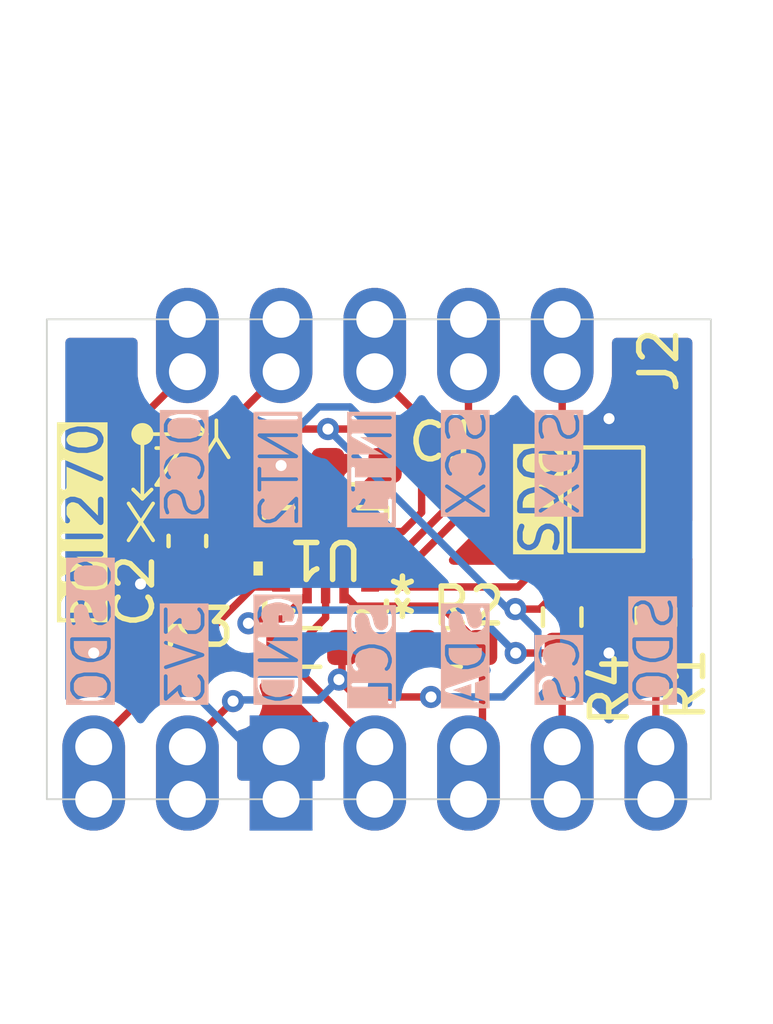
<source format=kicad_pcb>
(kicad_pcb (version 20240108) (generator "pcbnew") (generator_version "8.0")
  (layers (0 "F.Cu" signal) (31 "B.Cu" power) (34 "B.Paste" user) (35 "F.Paste" user) (36 "B.SilkS" user "B.Silkscreen") (37 "F.SilkS" user "F.Silkscreen") (38 "B.Mask" user) (39 "F.Mask" user) (44 "Edge.Cuts" user))
  (net 0 "")
  (net 1 "CSB")
  (net 2 "SDO")
  (net 3 "INT1")
  (net 4 "SDA")
  (net 5 "SDX")
  (net 6 "OSDO")
  (net 7 "+3.3V")
  (net 8 "OCS")
  (net 9 "SCL")
  (net 10 "SCX")
  (net 11 "GND")
  (net 12 "INT2")
  (footprint "footprints:BMI270_BOS" (layer "F.Cu") (at 144.7165 105.56 180)
    (property "Reference" "U1" (at 0 0 180) (layer "F.SilkS"))
    (property "Value" "BMI270")
    (fp_line (start 1.651 1.397) (end 1.651 1.140489) (stroke (width 0.1524)) (layer "F.SilkS"))
    (fp_line (start 1.651 -1.140489) (end 1.651 -1.397) (stroke (width 0.1524)) (layer "F.SilkS"))
    (fp_line (start 1.651 -1.397) (end 0.890487 -1.397) (stroke (width 0.1524)) (layer "F.SilkS"))
    (fp_line (start 0.890487 1.397) (end 1.651 1.397) (stroke (width 0.1524)) (layer "F.SilkS"))
    (fp_line (start -0.890487 -1.397) (end -1.651 -1.397) (stroke (width 0.1524)) (layer "F.SilkS"))
    (fp_line (start -1.651 1.397) (end -0.890487 1.397) (stroke (width 0.1524)) (layer "F.SilkS"))
    (fp_line (start -1.651 1.140489) (end -1.651 1.397) (stroke (width 0.1524)) (layer "F.SilkS"))
    (fp_line (start -1.651 -1.397) (end -1.651 -1.140489) (stroke (width 0.1524)) (layer "F.SilkS"))
    (fp_poly (pts (xy 1.9558 -0.4405) (xy 1.9558 -0.059499) (xy 1.7018 -0.059499) (xy 1.7018 -0.4405)) (fill solid) (layer "F.SilkS"))
    (fp_text user "*" (at -2.0828 -1 0) (layer "F.SilkS"))
    (fp_text user "*" (at -2.0828 -1 180) (layer "F.SilkS"))
    (pad "1" smd rect (at -1.2065 -0.750001 270) (size 0.254 0.4826) (layers "F.Cu" "F.Paste" "F.Mask") (net 2 "SDO"))
    (pad "2" smd rect (at -1.2065 -0.25 270) (size 0.254 0.4826) (layers "F.Cu" "F.Paste" "F.Mask") (net 5 "SDX"))
    (pad "3" smd rect (at -1.2065 0.25 270) (size 0.254 0.4826) (layers "F.Cu" "F.Paste" "F.Mask") (net 10 "SCX"))
    (pad "4" smd rect (at -1.2065 0.750001 270) (size 0.254 0.4826) (layers "F.Cu" "F.Paste" "F.Mask") (net 3 "INT1"))
    (pad "5" smd rect (at -0.499999 0.9525 180) (size 0.254 0.4826) (layers "F.Cu" "F.Paste" "F.Mask") (net 7 "+3.3V"))
    (pad "6" smd rect (at 0 0.9525 180) (size 0.254 0.4826) (layers "F.Cu" "F.Paste" "F.Mask") (net 11 "GND"))
    (pad "7" smd rect (at 0.499999 0.9525 180) (size 0.254 0.4826) (layers "F.Cu" "F.Paste" "F.Mask") (net 11 "GND"))
    (pad "8" smd rect (at 1.2065 0.750001 270) (size 0.254 0.4826) (layers "F.Cu" "F.Paste" "F.Mask") (net 7 "+3.3V"))
    (pad "9" smd rect (at 1.2065 0.25 270) (size 0.254 0.4826) (layers "F.Cu" "F.Paste" "F.Mask") (net 12 "INT2"))
    (pad "10" smd rect (at 1.2065 -0.25 270) (size 0.254 0.4826) (layers "F.Cu" "F.Paste" "F.Mask") (net 8 "OCS"))
    (pad "11" smd rect (at 1.2065 -0.750001 270) (size 0.254 0.4826) (layers "F.Cu" "F.Paste" "F.Mask") (net 6 "OSDO"))
    (pad "12" smd rect (at 0.499999 -0.9525 180) (size 0.254 0.4826) (layers "F.Cu" "F.Paste" "F.Mask") (net 1 "CSB"))
    (pad "13" smd rect (at 0 -0.9525 180) (size 0.254 0.4826) (layers "F.Cu" "F.Paste" "F.Mask") (net 9 "SCL"))
    (pad "14" smd rect (at -0.499999 -0.9525 180) (size 0.254 0.4826) (layers "F.Cu" "F.Paste" "F.Mask") (net 4 "SDA"))
  )
  (footprint "Connector_Pin_2.54mm_Castellated:PinHeader_Castellated_1x05_P2.54mm_Vertical_142" (layer "F.Cu") (at 140.97 100.48 90)
    (property "Reference" "J2" (at 0.31 12.78 90) (layer "F.SilkS"))
    (property "Value" "Conn_01x05_Socket")
    (pad "1" thru_hole oval (at 0 0 90) (size 3.12 1.7) (drill 1 (offset 0.71 0)) (layers "*.Cu" "*.Mask") (net 8 "OCS"))
    (pad "1" thru_hole oval (at 1.42 0 90) (size 1.7 1.7) (drill 1) (layers "*.Cu" "*.Mask") (net 8 "OCS"))
    (pad "2" thru_hole oval (at 0 2.54 90) (size 3.12 1.7) (drill 1 (offset 0.71 0)) (layers "*.Cu" "*.Mask") (net 12 "INT2"))
    (pad "2" thru_hole oval (at 1.42 2.54 90) (size 1.7 1.7) (drill 1) (layers "*.Cu" "*.Mask") (net 12 "INT2"))
    (pad "3" thru_hole oval (at 0 5.08 90) (size 3.12 1.7) (drill 1 (offset 0.71 0)) (layers "*.Cu" "*.Mask") (net 3 "INT1"))
    (pad "3" thru_hole oval (at 1.42 5.08 90) (size 1.7 1.7) (drill 1) (layers "*.Cu" "*.Mask") (net 3 "INT1"))
    (pad "4" thru_hole oval (at 0 7.62 90) (size 3.12 1.7) (drill 1 (offset 0.71 0)) (layers "*.Cu" "*.Mask") (net 10 "SCX"))
    (pad "4" thru_hole oval (at 1.42 7.62 90) (size 1.7 1.7) (drill 1) (layers "*.Cu" "*.Mask") (net 10 "SCX"))
    (pad "5" thru_hole oval (at 0 10.16 90) (size 3.12 1.7) (drill 1 (offset 0.71 0)) (layers "*.Cu" "*.Mask") (net 5 "SDX"))
    (pad "5" thru_hole oval (at 1.42 10.16 90) (size 1.7 1.7) (drill 1) (layers "*.Cu" "*.Mask") (net 5 "SDX"))
  )
  (footprint "Resistor_SMD:R_0603_1608Metric" (layer "F.Cu") (at 148.145 107.95)
    (property "Reference" "R2" (at 0.445 -1.12 0) (layer "F.SilkS"))
    (property "Value" "3k9")
    (fp_line (start -0.237258 -0.5225) (end 0.237258 -0.5225) (stroke (width 0.12)) (layer "F.SilkS"))
    (fp_line (start -0.237258 0.5225) (end 0.237258 0.5225) (stroke (width 0.12)) (layer "F.SilkS"))
    (pad "1" smd roundrect (at -0.825 0) (size 0.8 0.95) (layers "F.Cu" "F.Paste" "F.Mask") (net 7 "+3.3V"))
    (pad "2" smd roundrect (at 0.825 0) (size 0.8 0.95) (layers "F.Cu" "F.Paste" "F.Mask") (net 4 "SDA"))
  )
  (footprint "Capacitor_SMD:C_0603_1608Metric" (layer "F.Cu") (at 145.555 103.02 180)
    (property "Reference" "C1" (at -2.4 0.635 0) (layer "F.SilkS"))
    (property "Value" "100nF")
    (fp_line (start -0.14058 0.51) (end 0.14058 0.51) (stroke (width 0.12)) (layer "F.SilkS"))
    (fp_line (start -0.14058 -0.51) (end 0.14058 -0.51) (stroke (width 0.12)) (layer "F.SilkS"))
    (pad "1" smd roundrect (at -0.775 0 180) (size 0.9 0.95) (layers "F.Cu" "F.Paste" "F.Mask") (net 7 "+3.3V"))
    (pad "2" smd roundrect (at 0.775 0 180) (size 0.9 0.95) (layers "F.Cu" "F.Paste" "F.Mask") (net 11 "GND"))
  )
  (footprint "Capacitor_SMD:C_0603_1608Metric" (layer "F.Cu") (at 140.97 105.065 90)
    (property "Reference" "C2" (at -1.355 -1.43 90) (layer "F.SilkS"))
    (property "Value" "100nF")
    (fp_line (start -0.14058 -0.51) (end 0.14058 -0.51) (stroke (width 0.12)) (layer "F.SilkS"))
    (fp_line (start -0.14058 0.51) (end 0.14058 0.51) (stroke (width 0.12)) (layer "F.SilkS"))
    (pad "1" smd roundrect (at -0.775 0 90) (size 0.9 0.95) (layers "F.Cu" "F.Paste" "F.Mask") (net 11 "GND"))
    (pad "2" smd roundrect (at 0.775 0 90) (size 0.9 0.95) (layers "F.Cu" "F.Paste" "F.Mask") (net 7 "+3.3V"))
  )
  (footprint "Jumper:SolderJumper-2_P1.3mm_Open_TrianglePad1.0x1.5mm" (layer "F.Cu") (at 152.329142 103.931053 90)
    (property "Reference" "SDO" (at 0 -1.8 90) (layer "F.SilkS" knockout))
    (property "Value" "SDO_JUMPER")
    (fp_line (start 1.4 -1) (end 1.4 1) (stroke (width 0.12)) (layer "F.SilkS"))
    (fp_line (start -1.4 -1) (end 1.4 -1) (stroke (width 0.12)) (layer "F.SilkS"))
    (fp_line (start 1.4 1) (end -1.4 1) (stroke (width 0.12)) (layer "F.SilkS"))
    (fp_line (start -1.4 1) (end -1.4 -1) (stroke (width 0.12)) (layer "F.SilkS"))
    (pad "1" smd custom (at -0.725 0 90) (size 0.3 0.3) (layers "F.Cu" "F.Mask") (net 2 "SDO") (options (clearance outline) (anchor rect)) (primitives (gr_poly (pts (xy 1 0) (xy 0.5 0.75) (xy -0.5 0.75) (xy -0.5 -0.75) (xy 0.5 -0.75)) (width 0) (fill yes))))
    (pad "2" smd custom (at 0.725 0 90) (size 0.3 0.3) (layers "F.Cu" "F.Mask") (net 11 "GND") (options (clearance outline) (anchor rect)) (primitives (gr_poly (pts (xy 0.5 0.75) (xy -0.65 0.75) (xy -0.15 0) (xy -0.65 -0.75) (xy 0.5 -0.75)) (width 0) (fill yes))))
  )
  (footprint "Resistor_SMD:R_0603_1608Metric" (layer "F.Cu") (at 144.335 107.95 180)
    (property "Reference" "R3" (at 3.085 0.544441 0) (layer "F.SilkS"))
    (property "Value" "3k9")
    (fp_line (start -0.237258 0.5225) (end 0.237258 0.5225) (stroke (width 0.12)) (layer "F.SilkS"))
    (fp_line (start -0.237258 -0.5225) (end 0.237258 -0.5225) (stroke (width 0.12)) (layer "F.SilkS"))
    (pad "1" smd roundrect (at -0.825 0 180) (size 0.8 0.95) (layers "F.Cu" "F.Paste" "F.Mask") (net 7 "+3.3V"))
    (pad "2" smd roundrect (at 0.825 0 180) (size 0.8 0.95) (layers "F.Cu" "F.Paste" "F.Mask") (net 9 "SCL"))
  )
  (footprint "Resistor_SMD:R_0603_1608Metric" (layer "F.Cu") (at 153.67 107.125 -90)
    (property "Reference" "R1" (at 1.827031 -0.810234 90) (layer "F.SilkS"))
    (property "Value" "3k9")
    (fp_line (start -0.237258 0.5225) (end 0.237258 0.5225) (stroke (width 0.12)) (layer "F.SilkS"))
    (fp_line (start -0.237258 -0.5225) (end 0.237258 -0.5225) (stroke (width 0.12)) (layer "F.SilkS"))
    (pad "1" smd roundrect (at -0.825 0 270) (size 0.8 0.95) (layers "F.Cu" "F.Paste" "F.Mask") (net 7 "+3.3V"))
    (pad "2" smd roundrect (at 0.825 0 270) (size 0.8 0.95) (layers "F.Cu" "F.Paste" "F.Mask") (net 2 "SDO"))
  )
  (footprint "Resistor_SMD:R_0603_1608Metric" (layer "F.Cu") (at 151.13 107.125 -90)
    (property "Reference" "R4" (at 1.964969 -1.283575 90) (layer "F.SilkS"))
    (property "Value" "3k9")
    (fp_line (start -0.237258 0.5225) (end 0.237258 0.5225) (stroke (width 0.12)) (layer "F.SilkS"))
    (fp_line (start -0.237258 -0.5225) (end 0.237258 -0.5225) (stroke (width 0.12)) (layer "F.SilkS"))
    (pad "1" smd roundrect (at -0.825 0 270) (size 0.8 0.95) (layers "F.Cu" "F.Paste" "F.Mask") (net 7 "+3.3V"))
    (pad "2" smd roundrect (at 0.825 0 270) (size 0.8 0.95) (layers "F.Cu" "F.Paste" "F.Mask") (net 1 "CSB"))
  )
  (footprint "Connector_Pin_2.54mm_Castellated:PinHeader_Castellated_1x07_P2.54mm_Vertical_142" (layer "B.Cu") (at 138.43 110.64 -90)
    (property "Reference" "J1" (hide yes))
    (property "Value" "Conn_01x07_Socket")
    (pad "1" thru_hole oval (at 0 0 270) (size 3.12 1.7) (drill 1 (offset 0.71 0)) (layers "*.Cu" "*.Mask") (net 6 "OSDO"))
    (pad "1" thru_hole circle (at 1.42 0 270) (size 1.7 1.7) (drill 1) (layers "*.Cu" "*.Mask") (net 6 "OSDO"))
    (pad "2" thru_hole oval (at 0 -2.54 270) (size 3.12 1.7) (drill 1 (offset 0.71 0)) (layers "*.Cu" "*.Mask") (net 7 "+3.3V"))
    (pad "2" thru_hole oval (at 1.42 -2.54 270) (size 1.7 1.7) (drill 1) (layers "*.Cu" "*.Mask") (net 7 "+3.3V"))
    (pad "3" thru_hole rect (at 0 -5.08 270) (size 3.12 1.7) (drill 1 (offset 0.71 0)) (layers "*.Cu" "*.Mask") (net 11 "GND"))
    (pad "3" thru_hole rect (at 1.42 -5.08 270) (size 1.7 1.7) (drill 1) (layers "*.Cu" "*.Mask") (net 11 "GND"))
    (pad "4" thru_hole oval (at 0 -7.62 270) (size 3.12 1.7) (drill 1 (offset 0.71 0)) (layers "*.Cu" "*.Mask") (net 9 "SCL"))
    (pad "4" thru_hole oval (at 1.42 -7.62 270) (size 1.7 1.7) (drill 1) (layers "*.Cu" "*.Mask") (net 9 "SCL"))
    (pad "5" thru_hole oval (at 0 -10.16 270) (size 3.12 1.7) (drill 1 (offset 0.71 0)) (layers "*.Cu" "*.Mask") (net 4 "SDA"))
    (pad "5" thru_hole oval (at 1.42 -10.16 270) (size 1.7 1.7) (drill 1) (layers "*.Cu" "*.Mask") (net 4 "SDA"))
    (pad "6" thru_hole oval (at 0 -12.7 270) (size 3.12 1.7) (drill 1 (offset 0.71 0)) (layers "*.Cu" "*.Mask") (net 1 "CSB"))
    (pad "6" thru_hole oval (at 1.42 -12.7 270) (size 1.7 1.7) (drill 1) (layers "*.Cu" "*.Mask") (net 1 "CSB"))
    (pad "7" thru_hole oval (at 0 -15.24 270) (size 3.12 1.7) (drill 1 (offset 0.71 0)) (layers "*.Cu" "*.Mask") (net 2 "SDO"))
    (pad "7" thru_hole oval (at 1.42 -15.24 270) (size 1.7 1.7) (drill 1) (layers "*.Cu" "*.Mask") (net 2 "SDO"))
  )
  (gr_line (start 141.5 102.17) (end 141.25 101.92) (stroke (width 0.1)) (layer "F.SilkS"))
  (gr_circle (center 139.75 102.17) (end 140 102.17) (stroke (width 0.1)) (fill solid) (layer "F.SilkS"))
  (gr_line (start 141.25 102.42) (end 141.5 102.17) (stroke (width 0.1)) (layer "F.SilkS"))
  (gr_line (start 139.75 103.92) (end 140 103.67) (stroke (width 0.1)) (layer "F.SilkS"))
  (gr_line (start 139.5 103.67) (end 139.75 103.92) (stroke (width 0.1)) (layer "F.SilkS"))
  (gr_line (start 139.75 103.92) (end 139.5 103.67) (stroke (width 0.1)) (layer "F.SilkS"))
  (gr_line (start 139.75 102.17) (end 139.75 103.92) (stroke (width 0.1)) (layer "F.SilkS"))
  (gr_line (start 139.75 102.17) (end 141.5 102.17) (stroke (width 0.1)) (layer "F.SilkS"))
  (gr_rect (start 137.16 99.06) (end 155.16 112.06) (stroke (width 0.05)) (fill none) (layer "Edge.Cuts"))
  (gr_text "GND" (at 144.0495 106.42 90) (layer "B.SilkS" knockout) (effects (font (size 1 1) (thickness 0.1)) (justify left bottom mirror)))
  (gr_text "SCX" (at 149.1295 101.42 90) (layer "B.SilkS" knockout) (effects (font (size 1 1) (thickness 0.1)) (justify left bottom mirror)))
  (gr_text "OCS" (at 141.5095 101.42 90) (layer "B.SilkS" knockout) (effects (font (size 1 1) (thickness 0.1)) (justify left bottom mirror)))
  (gr_text "OSDO" (at 138.9695 105.42 90) (layer "B.SilkS" knockout) (effects (font (size 1 1) (thickness 0.1)) (justify left bottom mirror)))
  (gr_text "SDO" (at 154.2095 106.467619 90) (layer "B.SilkS" knockout) (effects (font (size 1 1) (thickness 0.1)) (justify left bottom mirror)))
  (gr_text "SCL" (at 146.5895 106.705714 90) (layer "B.SilkS" knockout) (effects (font (size 1 1) (thickness 0.1)) (justify left bottom mirror)))
  (gr_text "CS" (at 151.6695 107.515238 90) (layer "B.SilkS" knockout) (effects (font (size 1 1) (thickness 0.1)) (justify left bottom mirror)))
  (gr_text "3V3" (at 141.5095 106.705714 90) (layer "B.SilkS" knockout) (effects (font (size 1 1) (thickness 0.1)) (justify left bottom mirror)))
  (gr_text "INT1" (at 146.5895 101.42 90) (layer "B.SilkS" knockout) (effects (font (size 1 1) (thickness 0.1)) (justify left bottom mirror)))
  (gr_text "SDA" (at 149.1295 106.658095 90) (layer "B.SilkS" knockout) (effects (font (size 1 1) (thickness 0.1)) (justify left bottom mirror)))
  (gr_text "SDX" (at 151.6695 101.42 90) (layer "B.SilkS" knockout) (effects (font (size 1 1) (thickness 0.1)) (justify left bottom mirror)))
  (gr_text "INT2" (at 144.0495 101.42 90) (layer "B.SilkS" knockout) (effects (font (size 1 1) (thickness 0.1)) (justify left bottom mirror)))
  (gr_text "Y" (at 142.25 101.67 180) (layer "F.SilkS") (effects (font (size 1 1) (thickness 0.1)) (justify left bottom)))
  (gr_text "BMI270" (at 138.75 107.42 90) (layer "F.SilkS" knockout) (effects (font (size 1 1)) (justify left bottom)))
  (gr_text "Z" (at 141 102.42 180) (layer "F.SilkS") (effects (font (size 1 1) (thickness 0.1)) (justify left bottom)))
  (gr_text "X" (at 140.25 103.92 180) (layer "F.SilkS") (effects (font (size 1 1) (thickness 0.1)) (justify left bottom)))
  (segment (start 142.624265 107.294265) (end 142.74353 107.175) (width 0.2) (layer "F.Cu") (net 1))
  (segment (start 142.74353 107.175) (end 143.554001 107.175) (width 0.2) (layer "F.Cu") (net 1))
  (segment (start 149.87 108.1) (end 150.98 108.1) (width 0.2) (layer "F.Cu") (net 1))
  (segment (start 143.554001 107.175) (end 144.216501 106.5125) (width 0.2) (layer "F.Cu") (net 1))
  (segment (start 150.98 108.1) (end 151.13 107.95) (width 0.2) (layer "F.Cu") (net 1))
  (segment (start 151.13 107.95) (end 151.13 110.64) (width 0.2) (layer "F.Cu") (net 1))
  (via (at 142.624265 107.294265) (size 0.6) (drill 0.3) (layers "F.Cu" "B.Cu") (net 1))
  (via (at 149.87 108.1) (size 0.6) (drill 0.3) (layers "F.Cu" "B.Cu") (net 1))
  (segment (start 142.981527 106.937003) (end 148.707003 106.937003) (width 0.2) (layer "B.Cu") (net 1))
  (segment (start 142.624265 107.294265) (end 142.981527 106.937003) (width 0.2) (layer "B.Cu") (net 1))
  (segment (start 148.707003 106.937003) (end 149.87 108.1) (width 0.2) (layer "B.Cu") (net 1))
  (segment (start 153.67 107.95) (end 153.67 110.64) (width 0.2) (layer "F.Cu") (net 2))
  (segment (start 151.586299 104.656053) (end 152.329142 104.656053) (width 0.2) (layer "F.Cu") (net 2))
  (segment (start 152.329142 104.656053) (end 153.656053 104.656053) (width 0.2) (layer "F.Cu") (net 2))
  (segment (start 145.923 106.310001) (end 149.932351 106.310001) (width 0.2) (layer "F.Cu") (net 2))
  (segment (start 149.932351 106.310001) (end 151.586299 104.656053) (width 0.2) (layer "F.Cu") (net 2))
  (segment (start 154.56 106.83) (end 153.67 107.72) (width 0.2) (layer "F.Cu") (net 2))
  (segment (start 154.56 105.56) (end 154.56 106.83) (width 0.2) (layer "F.Cu") (net 2))
  (segment (start 153.67 107.72) (end 153.67 107.95) (width 0.2) (layer "F.Cu") (net 2))
  (segment (start 153.656053 104.656053) (end 154.56 105.56) (width 0.2) (layer "F.Cu") (net 2))
  (segment (start 147.32 104.29) (end 146.800001 104.809999) (width 0.2) (layer "F.Cu") (net 3))
  (segment (start 146.05 100.48) (end 147.32 101.75) (width 0.2) (layer "F.Cu") (net 3))
  (segment (start 147.32 101.75) (end 147.32 104.29) (width 0.2) (layer "F.Cu") (net 3))
  (segment (start 146.800001 104.809999) (end 145.923 104.809999) (width 0.2) (layer "F.Cu") (net 3))
  (segment (start 145.533999 106.83) (end 147.85 106.83) (width 0.2) (layer "F.Cu") (net 4))
  (segment (start 147.85 106.83) (end 148.97 107.95) (width 0.2) (layer "F.Cu") (net 4))
  (segment (start 148.97 107.95) (end 148.97 110.26) (width 0.2) (layer "F.Cu") (net 4))
  (segment (start 148.97 110.26) (end 148.59 110.64) (width 0.2) (layer "F.Cu") (net 4))
  (segment (start 145.216499 106.5125) (end 145.533999 106.83) (width 0.2) (layer "F.Cu") (net 4))
  (segment (start 151.13 101.611372) (end 146.931372 105.81) (width 0.2) (layer "F.Cu") (net 5))
  (segment (start 146.931372 105.81) (end 145.923 105.81) (width 0.2) (layer "F.Cu") (net 5))
  (segment (start 151.13 100.48) (end 151.13 101.611372) (width 0.2) (layer "F.Cu") (net 5))
  (segment (start 142.759999 106.310001) (end 138.43 110.64) (width 0.2) (layer "F.Cu") (net 6))
  (segment (start 143.51 106.310001) (end 142.759999 106.310001) (width 0.2) (layer "F.Cu") (net 6))
  (segment (start 145.216499 104.133501) (end 145.216499 104.6075) (width 0.2) (layer "F.Cu") (net 7))
  (segment (start 145.16 107.95) (end 147.32 107.95) (width 0.2) (layer "F.Cu") (net 7))
  (segment (start 146.33 103.02) (end 145.216499 104.133501) (width 0.2) (layer "F.Cu") (net 7))
  (segment (start 145.817843 102.032843) (end 144.78 102.032843) (width 0.2) (layer "F.Cu") (net 7))
  (segment (start 143.51 104.809999) (end 142.990001 104.29) (width 0.2) (layer "F.Cu") (net 7))
  (segment (start 142.990001 104.29) (end 140.97 104.29) (width 0.2) (layer "F.Cu") (net 7))
  (segment (start 143.227157 102.032843) (end 140.97 104.29) (width 0.2) (layer "F.Cu") (net 7))
  (segment (start 146.33 102.545) (end 145.817843 102.032843) (width 0.2) (layer "F.Cu") (net 7))
  (segment (start 140.97 110.64) (end 142.207438 109.402562) (width 0.2) (layer "F.Cu") (net 7))
  (segment (start 145.54853 109.29) (end 147.574 109.29) (width 0.2) (layer "F.Cu") (net 7))
  (segment (start 145.077265 108.818735) (end 145.54853 109.29) (width 0.2) (layer "F.Cu") (net 7))
  (segment (start 153.67 106.3) (end 151.13 106.3) (width 0.2) (layer "F.Cu") (net 7))
  (segment (start 151.13 106.3) (end 150.519999 106.910001) (width 0.2) (layer "F.Cu") (net 7))
  (segment (start 145.16 108.736) (end 145.16 107.95) (width 0.2) (layer "F.Cu") (net 7))
  (segment (start 150.519999 106.910001) (end 149.86 106.910001) (width 0.2) (layer "F.Cu") (net 7))
  (segment (start 146.33 103.02) (end 146.33 102.545) (width 0.2) (layer "F.Cu") (net 7))
  (segment (start 145.077265 108.818735) (end 145.16 108.736) (width 0.2) (layer "F.Cu") (net 7))
  (segment (start 144.78 102.032843) (end 143.227157 102.032843) (width 0.2) (layer "F.Cu") (net 7))
  (via (at 142.207438 109.402562) (size 0.6) (drill 0.3) (layers "F.Cu" "B.Cu") (net 7))
  (via (at 145.077265 108.818735) (size 0.6) (drill 0.3) (layers "F.Cu" "B.Cu") (net 7))
  (via (at 149.86 106.910001) (size 0.6) (drill 0.3) (layers "F.Cu" "B.Cu") (net 7))
  (via (at 147.574 109.29) (size 0.6) (drill 0.3) (layers "F.Cu" "B.Cu") (net 7))
  (via (at 144.78 102.032843) (size 0.6) (drill 0.3) (layers "F.Cu" "B.Cu") (net 7))
  (segment (start 142.24 109.37) (end 142.207438 109.402562) (width 0.2) (layer "B.Cu") (net 7))
  (segment (start 144.526 109.37) (end 142.24 109.37) (width 0.2) (layer "B.Cu") (net 7))
  (segment (start 147.574 109.29) (end 148.37 109.29) (width 0.2) (layer "B.Cu") (net 7))
  (segment (start 149.528529 109.29) (end 150.47 108.348529) (width 0.2) (layer "B.Cu") (net 7))
  (segment (start 145.077265 108.818735) (end 144.526 109.37) (width 0.2) (layer "B.Cu") (net 7))
  (segment (start 147.574 109.29) (end 149.528529 109.29) (width 0.2) (layer "B.Cu") (net 7))
  (segment (start 149.657158 106.910001) (end 144.78 102.032843) (width 0.2) (layer "B.Cu") (net 7))
  (segment (start 150.47 107.520001) (end 149.86 106.910001) (width 0.2) (layer "B.Cu") (net 7))
  (segment (start 148.37 109.29) (end 148.45 109.37) (width 0.2) (layer "B.Cu") (net 7))
  (segment (start 150.47 108.348529) (end 150.47 107.520001) (width 0.2) (layer "B.Cu") (net 7))
  (segment (start 149.86 106.910001) (end 149.657158 106.910001) (width 0.2) (layer "B.Cu") (net 7))
  (segment (start 141.203696 106.83) (end 139.451471 106.83) (width 0.2) (layer "F.Cu") (net 8))
  (segment (start 139.1 105.981471) (end 139.451471 105.63) (width 0.2) (layer "F.Cu") (net 8))
  (segment (start 139.451471 106.83) (end 139.1 106.478529) (width 0.2) (layer "F.Cu") (net 8))
  (segment (start 139.1 106.478529) (end 139.1 105.981471) (width 0.2) (layer "F.Cu") (net 8))
  (segment (start 139.7 101.75) (end 140.97 100.48) (width 0.2) (layer "F.Cu") (net 8))
  (segment (start 142.223696 105.81) (end 141.203696 106.83) (width 0.2) (layer "F.Cu") (net 8))
  (segment (start 139.451471 105.63) (end 139.7 105.63) (width 0.2) (layer "F.Cu") (net 8))
  (segment (start 143.51 105.81) (end 142.223696 105.81) (width 0.2) (layer "F.Cu") (net 8))
  (segment (start 139.7 105.63) (end 139.7 101.75) (width 0.2) (layer "F.Cu") (net 8))
  (segment (start 144.7165 107.1435) (end 143.91 107.95) (width 0.2) (layer "F.Cu") (net 9))
  (segment (start 143.51 107.95) (end 143.51 108.1) (width 0.2) (layer "F.Cu") (net 9))
  (segment (start 143.91 107.95) (end 143.51 107.95) (width 0.2) (layer "F.Cu") (net 9))
  (segment (start 143.51 108.1) (end 146.05 110.64) (width 0.2) (layer "F.Cu") (net 9))
  (segment (start 144.7165 106.5125) (end 144.7165 107.1435) (width 0.2) (layer "F.Cu") (net 9))
  (segment (start 148.59 103.585686) (end 146.865686 105.31) (width 0.2) (layer "F.Cu") (net 10))
  (segment (start 146.865686 105.31) (end 145.923 105.31) (width 0.2) (layer "F.Cu") (net 10))
  (segment (start 148.59 100.48) (end 148.59 103.585686) (width 0.2) (layer "F.Cu") (net 10))
  (segment (start 140.09 105.84) (end 139.7 106.23) (width 0.2) (layer "F.Cu") (net 11))
  (segment (start 144.78 103.02) (end 144.78 104.544) (width 0.2) (layer "F.Cu") (net 11))
  (segment (start 140.97 105.84) (end 140.09 105.84) (width 0.2) (layer "F.Cu") (net 11))
  (segment (start 144.78 104.044001) (end 144.216501 104.6075) (width 0.2) (layer "F.Cu") (net 11))
  (segment (start 152.329142 101.820858) (end 152.4 101.75) (width 0.2) (layer "F.Cu") (net 11))
  (segment (start 144.78 104.544) (end 144.7165 104.6075) (width 0.2) (layer "F.Cu") (net 11))
  (segment (start 152.329142 103.206053) (end 152.329142 101.820858) (width 0.2) (layer "F.Cu") (net 11))
  (segment (start 143.51 103.02) (end 144.78 103.02) (width 0.2) (layer "F.Cu") (net 11))
  (segment (start 144.78 103.02) (end 144.78 104.044001) (width 0.2) (layer "F.Cu") (net 11))
  (via (at 138.43 108.1) (size 0.6) (drill 0.3) (layers "F.Cu" "B.Cu") (net 11))
  (via (at 152.4 108.1) (size 0.6) (drill 0.3) (layers "F.Cu" "B.Cu") (net 11))
  (via (at 139.7 106.23) (size 0.6) (drill 0.3) (layers "F.Cu" "B.Cu") (net 11))
  (via (at 143.51 103.02) (size 0.6) (drill 0.3) (layers "F.Cu" "B.Cu") (net 11))
  (via (at 152.4 101.75) (size 0.6) (drill 0.3) (layers "F.Cu" "B.Cu") (net 11))
  (segment (start 143.51 102.454314) (end 143.51 103.02) (width 0.2) (layer "B.Cu") (net 11))
  (segment (start 139.7 106.23) (end 139.7 107.743654) (width 0.2) (layer "B.Cu") (net 11))
  (segment (start 140.3 106.23) (end 139.7 106.23) (width 0.2) (layer "B.Cu") (net 11))
  (segment (start 152.4 101.75) (end 152.4 108.1) (width 0.2) (layer "B.Cu") (net 11))
  (segment (start 145.376497 101.432843) (end 144.531471 101.432843) (width 0.2) (layer "B.Cu") (net 11))
  (segment (start 152.4 101.75) (end 145.693654 101.75) (width 0.2) (layer "B.Cu") (net 11))
  (segment (start 139.7 107.743654) (end 142.596346 110.64) (width 0.2) (layer "B.Cu") (net 11))
  (segment (start 142.596346 110.64) (end 143.51 110.64) (width 0.2) (layer "B.Cu") (net 11))
  (segment (start 139.7 106.23) (end 138.43 107.5) (width 0.2) (layer "B.Cu") (net 11))
  (segment (start 145.693654 101.75) (end 145.376497 101.432843) (width 0.2) (layer "B.Cu") (net 11))
  (segment (start 144.531471 101.432843) (end 143.51 102.454314) (width 0.2) (layer "B.Cu") (net 11))
  (segment (start 138.43 107.5) (end 138.43 108.1) (width 0.2) (layer "B.Cu") (net 11))
  (segment (start 143.51 103.02) (end 140.3 106.23) (width 0.2) (layer "B.Cu") (net 11))
  (segment (start 141.663696 105.31) (end 141.443696 105.09) (width 0.2) (layer "F.Cu") (net 12))
  (segment (start 140.5 105.09) (end 140.195 104.785) (width 0.2) (layer "F.Cu") (net 12))
  (segment (start 140.195 104.785) (end 140.195 103.795) (width 0.2) (layer "F.Cu") (net 12))
  (segment (start 141.443696 105.09) (end 140.5 105.09) (width 0.2) (layer "F.Cu") (net 12))
  (segment (start 140.195 103.795) (end 143.51 100.48) (width 0.2) (layer "F.Cu") (net 12))
  (segment (start 143.51 105.31) (end 141.663696 105.31) (width 0.2) (layer "F.Cu") (net 12))
  (zone (net 11) (net_name "GND") (layers "F&B.Cu") (connect_pads yes (clearance 0.5)) (min_thickness 0.25) (fill yes (thermal_gap 0.5) (thermal_bridge_width 0.5))
    (polygon (pts (xy 135.89 96.67) (xy 135.89 114.45) (xy 156.21 114.45) (xy 156.21 96.67)))
  )
)
</source>
